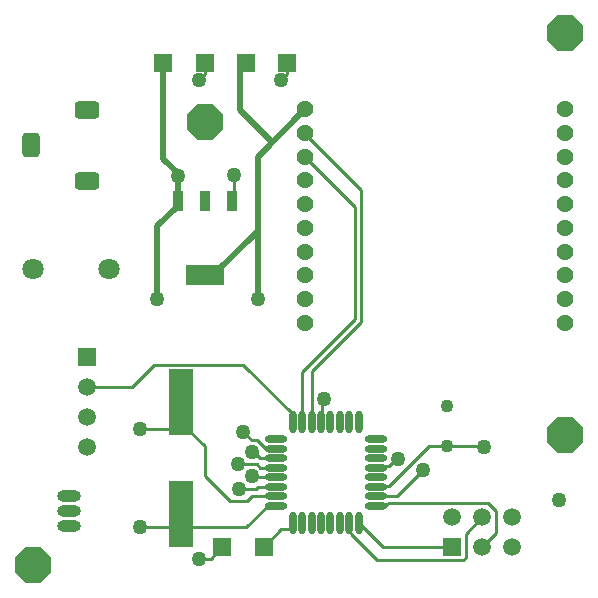
<source format=gtl>
G04*
G04 #@! TF.GenerationSoftware,Altium Limited,Altium Designer,20.2.3 (150)*
G04*
G04 Layer_Physical_Order=1*
G04 Layer_Color=255*
%FSLAX25Y25*%
%MOIN*%
G70*
G04*
G04 #@! TF.SameCoordinates,BB737A17-BA75-4855-ABE7-94ACFEC41E84*
G04*
G04*
G04 #@! TF.FilePolarity,Positive*
G04*
G01*
G75*
%ADD14C,0.01000*%
%ADD16R,0.05906X0.05906*%
%ADD17R,0.03740X0.06890*%
%ADD18R,0.12598X0.06890*%
%ADD19R,0.08268X0.22047*%
%ADD20O,0.02362X0.07677*%
%ADD21O,0.07677X0.02362*%
%ADD39C,0.02000*%
%ADD40P,0.12784X8X22.5*%
%ADD41C,0.07087*%
%ADD42C,0.04331*%
%ADD43O,0.07874X0.03937*%
%ADD44O,0.07874X0.03937*%
%ADD45C,0.05906*%
%ADD46R,0.05906X0.05906*%
%ADD47C,0.05634*%
G04:AMPARAMS|DCode=48|XSize=82.68mil|YSize=59.06mil|CornerRadius=14.76mil|HoleSize=0mil|Usage=FLASHONLY|Rotation=90.000|XOffset=0mil|YOffset=0mil|HoleType=Round|Shape=RoundedRectangle|*
%AMROUNDEDRECTD48*
21,1,0.08268,0.02953,0,0,90.0*
21,1,0.05315,0.05906,0,0,90.0*
1,1,0.02953,0.01476,0.02657*
1,1,0.02953,0.01476,-0.02657*
1,1,0.02953,-0.01476,-0.02657*
1,1,0.02953,-0.01476,0.02657*
%
%ADD48ROUNDEDRECTD48*%
G04:AMPARAMS|DCode=49|XSize=82.68mil|YSize=59.06mil|CornerRadius=14.76mil|HoleSize=0mil|Usage=FLASHONLY|Rotation=0.000|XOffset=0mil|YOffset=0mil|HoleType=Round|Shape=RoundedRectangle|*
%AMROUNDEDRECTD49*
21,1,0.08268,0.02953,0,0,0.0*
21,1,0.05315,0.05906,0,0,0.0*
1,1,0.02953,0.02657,-0.01476*
1,1,0.02953,-0.02657,-0.01476*
1,1,0.02953,-0.02657,0.01476*
1,1,0.02953,0.02657,0.01476*
%
%ADD49ROUNDEDRECTD49*%
%ADD50C,0.05000*%
D14*
X261961Y208811D02*
X265898D01*
X269835Y212748D01*
X283614D02*
X289528Y218661D01*
X292631D01*
X293260Y219291D01*
Y220819D01*
X261961Y368260D02*
Y368260D01*
X263929Y370228D02*
Y374165D01*
X261961Y368260D02*
X263929Y370228D01*
Y374165D02*
X264789Y373305D01*
X289520Y368260D02*
X291488Y370228D01*
Y374165D01*
X273772Y328890D02*
Y336764D01*
X272984Y328102D02*
X273772Y328890D01*
X321016Y226528D02*
X324042D01*
X324617Y227102D01*
X324890D01*
X324988Y227201D01*
X358293D01*
X344638Y246213D02*
X356614D01*
X338732D02*
X344638D01*
X321016Y232827D02*
X321075Y232886D01*
X325406D01*
X338732Y246213D01*
X328102Y229677D02*
X336764Y238339D01*
X321016Y229677D02*
X328102D01*
X327730Y242112D02*
X328351D01*
X325213Y239595D02*
X327730Y242112D01*
X321016Y239126D02*
X324042D01*
X324510Y239595D01*
X325213D01*
X350023Y208295D02*
X350902Y209174D01*
X321382Y208295D02*
X350023D01*
X350876Y216347D02*
Y217176D01*
X350902Y209174D02*
Y216322D01*
X350876Y216347D02*
X350902Y216322D01*
X350876Y217176D02*
X356449Y222748D01*
X315307Y220819D02*
X323378Y212748D01*
X346449D01*
X312626Y217051D02*
X321382Y208295D01*
X312157Y217793D02*
Y220819D01*
X312626Y217051D02*
Y217324D01*
X312157Y217793D02*
X312626Y217324D01*
X277709Y219239D02*
Y219343D01*
X263929Y236370D02*
Y246213D01*
Y236370D02*
X272233Y228066D01*
X256055Y222873D02*
X259689Y219239D01*
X277709D01*
X256055Y254087D02*
X263929Y246213D01*
X277709Y219343D02*
X284894Y226528D01*
X279795Y229677D02*
X287551D01*
X278184Y228066D02*
X279795Y229677D01*
X272233Y228066D02*
X278184D01*
X358293Y227201D02*
X360902Y224592D01*
X302709Y254283D02*
X302969Y254544D01*
Y261371D01*
X303559Y261961D01*
X360902Y217201D02*
Y224592D01*
X356449Y212748D02*
X360902Y217201D01*
X356614Y246213D02*
X356892Y245934D01*
X297409Y350528D02*
Y350701D01*
X299559Y254283D02*
Y271211D01*
X316081Y287733D01*
Y331856D01*
X297409Y350528D02*
X316081Y331856D01*
X297409Y342795D02*
X314081Y326124D01*
Y288561D02*
Y326124D01*
X296409Y270889D02*
X314081Y288561D01*
X296409Y254283D02*
Y270889D01*
X224559Y266055D02*
X239626D01*
X247071Y273500D01*
X276701D01*
X293260Y256941D01*
Y254283D02*
Y256941D01*
X242276Y252118D02*
X254087D01*
X256055Y254087D01*
Y260976D01*
Y222902D02*
Y223575D01*
X252421Y219268D02*
X256055Y222902D01*
X242255Y219268D02*
X252421D01*
X284894Y226528D02*
X287551D01*
X275119Y240342D02*
X275217Y240244D01*
X279677Y236244D02*
X279803D01*
X281334Y248244D02*
X283892Y245686D01*
X275433Y232127D02*
X281091D01*
X279638Y248244D02*
X281334D01*
X282452Y239126D02*
X287551D01*
X279803Y236244D02*
X279874Y236173D01*
X282213Y242276D02*
X287551D01*
X276736Y251146D02*
X279638Y248244D01*
X281334Y240244D02*
X282452Y239126D01*
X287291Y245686D02*
X287551Y245425D01*
X280244Y244244D02*
X282213Y242276D01*
X279874Y236173D02*
X287354D01*
X275371Y232066D02*
X275433Y232127D01*
X275217Y240244D02*
X281334D01*
X283892Y245686D02*
X287291D01*
X279677Y244244D02*
X280244D01*
X281791Y232827D02*
X287551D01*
X281091Y232127D02*
X281791Y232827D01*
X287354Y236173D02*
X287551Y235976D01*
D16*
X283614Y212748D02*
D03*
X269835D02*
D03*
X250150Y374165D02*
D03*
X263929D02*
D03*
X277709D02*
D03*
X291488D02*
D03*
X346449Y212748D02*
D03*
D17*
X272984Y328102D02*
D03*
X263929D02*
D03*
X254874D02*
D03*
D18*
X263929Y303299D02*
D03*
D19*
X256055Y260976D02*
D03*
Y223575D02*
D03*
D20*
X293260Y254283D02*
D03*
X296409D02*
D03*
X299559D02*
D03*
X302709D02*
D03*
X305858D02*
D03*
X309008D02*
D03*
X312157D02*
D03*
X315307D02*
D03*
Y220819D02*
D03*
X312157D02*
D03*
X309008D02*
D03*
X305858D02*
D03*
X302709D02*
D03*
X299559D02*
D03*
X296409D02*
D03*
X293260D02*
D03*
D21*
X321016Y248575D02*
D03*
Y245425D02*
D03*
Y242276D02*
D03*
Y239126D02*
D03*
Y235976D02*
D03*
Y232827D02*
D03*
Y229677D02*
D03*
Y226528D02*
D03*
X287551D02*
D03*
Y229677D02*
D03*
Y232827D02*
D03*
Y235976D02*
D03*
Y239126D02*
D03*
Y242276D02*
D03*
Y245425D02*
D03*
Y248575D02*
D03*
D39*
X281646Y342843D02*
X297409Y358606D01*
X281646Y318161D02*
Y342843D01*
X250150Y341969D02*
X254874Y337245D01*
X250150Y341969D02*
Y374165D01*
X275740Y358417D02*
X286480Y347677D01*
X275740Y358417D02*
Y374524D01*
X218653Y229559D02*
X219024Y229188D01*
X281646Y295425D02*
Y318161D01*
X263929Y303299D02*
X266783D01*
X281646Y318161D01*
X254874Y328102D02*
Y337245D01*
X248181Y295425D02*
Y319835D01*
X254874Y326528D02*
Y328102D01*
X248181Y319835D02*
X254874Y326528D01*
D40*
X384008Y384008D02*
D03*
X206842Y206842D02*
D03*
X263929Y354480D02*
D03*
X384008Y250150D02*
D03*
D41*
X206842Y305268D02*
D03*
X232039D02*
D03*
D42*
X344638Y259598D02*
D03*
Y246213D02*
D03*
D43*
X218653Y229559D02*
D03*
Y219559D02*
D03*
D44*
Y224559D02*
D03*
D45*
X366449Y222748D02*
D03*
Y212748D02*
D03*
X356449Y222748D02*
D03*
Y212748D02*
D03*
X346449Y222748D02*
D03*
X224559Y246055D02*
D03*
Y256055D02*
D03*
Y266055D02*
D03*
D46*
Y276055D02*
D03*
D47*
X384008Y358606D02*
D03*
Y350701D02*
D03*
Y342795D02*
D03*
Y334890D02*
D03*
Y326984D02*
D03*
Y319079D02*
D03*
Y311173D02*
D03*
Y303268D02*
D03*
Y295362D02*
D03*
Y287457D02*
D03*
X297409D02*
D03*
Y295362D02*
D03*
Y303268D02*
D03*
Y311173D02*
D03*
Y319079D02*
D03*
Y326984D02*
D03*
Y334890D02*
D03*
Y342795D02*
D03*
Y350701D02*
D03*
Y358606D02*
D03*
D48*
X206055Y346606D02*
D03*
D49*
X224559Y358417D02*
D03*
Y334795D02*
D03*
D50*
X261961Y208811D02*
D03*
Y368260D02*
D03*
X289520D02*
D03*
X382039Y228496D02*
D03*
X273772Y336764D02*
D03*
X336764Y238339D02*
D03*
X328351Y242112D02*
D03*
X281646Y295425D02*
D03*
X248181D02*
D03*
X255000Y336307D02*
D03*
X303559Y261961D02*
D03*
X356892Y245934D02*
D03*
X242255Y219268D02*
D03*
X242276Y252118D02*
D03*
X279677Y244244D02*
D03*
X275371Y232066D02*
D03*
X275119Y240342D02*
D03*
X279677Y236244D02*
D03*
X276736Y251146D02*
D03*
M02*

</source>
